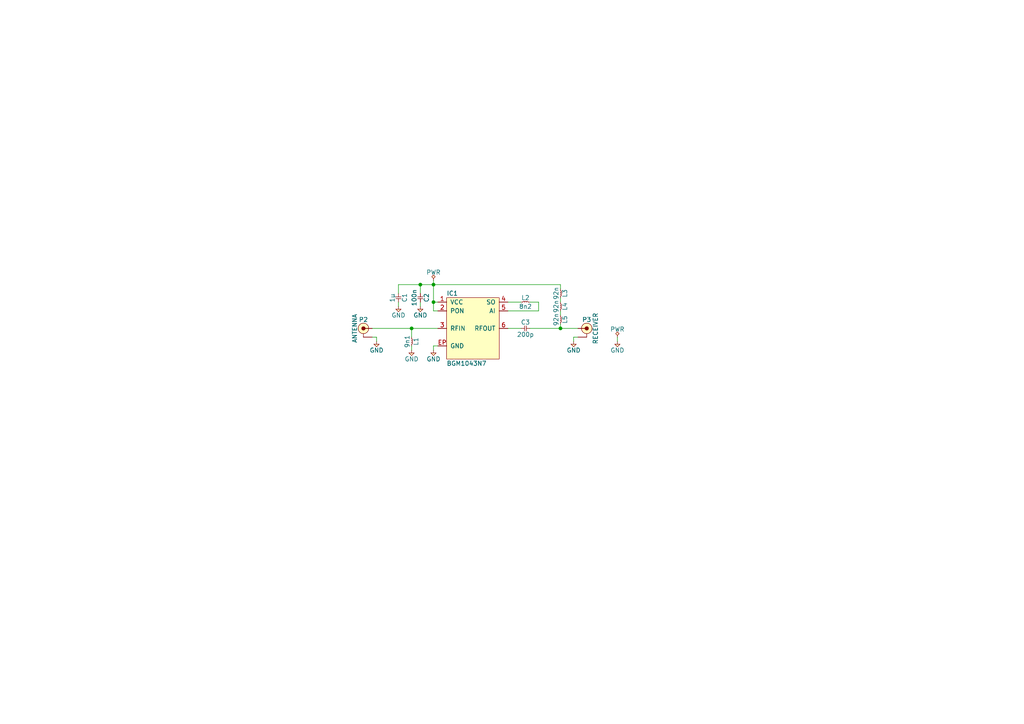
<source format=kicad_sch>
(kicad_sch (version 20230121) (generator eeschema)
  (paper "A4")
  (title_block (title "GPS Filter & Preamp") (date "2016-05-29") (rev "1") (company "CU Spaceflight") (comment 1 "Drawn By: Adam Greig"))
  (lib_symbols
    (symbol "gps-preamp-rescue:BGM1043N7" (pin_names (offset 1.016))
      (property "Reference" "IC" (at -7.62 10.16 0))
      (property "Value" "BGM1043N7" (at -7.62 -10.16 0))
      (symbol "BGM1043N7_0_0"
        (pin power_in line (at -10.16 7.62 0) (length 2.54) (name "VCC") (number "1"))
        (pin input line (at -10.16 5.08 0) (length 2.54) (name "PON") (number "2"))
        (pin input line (at -10.16 0 0) (length 2.54) (name "RFIN") (number "3"))
        (pin output line (at 10.16 7.62 180) (length 2.54) (name "SO") (number "4"))
        (pin input line (at 10.16 5.08 180) (length 2.54) (name "AI") (number "5"))
        (pin output line (at 10.16 0 180) (length 2.54) (name "RFOUT") (number "6"))
        (pin power_in line (at -10.16 -5.08 0) (length 2.54) (name "GND") (number "EP"))
      )
      (symbol "BGM1043N7_0_1"
        (rectangle (start -7.62 8.89) (end 7.62 -8.89) (fill (type background)))
      )
    )
    (symbol "gps-preamp-rescue:C" (pin_numbers hide) (pin_names (offset 1.016) hide)
      (property "Reference" "C" (at 1.27 1.778 0))
      (property "Value" "C" (at 1.27 -1.778 0))
      (symbol "C_0_1"
        (polyline (pts (xy 1.016 0.762) (xy 1.016 -0.762)))
        (polyline (pts (xy 1.524 0.762) (xy 1.524 -0.762)))
      )
      (symbol "C_1_1"
        (pin passive line (at 0 0 0) (length 1.016) (name "~") (number "1"))
        (pin passive line (at 2.54 0 180) (length 1.016) (name "~") (number "2"))
      )
    )
    (symbol "gps-preamp-rescue:COAX" (pin_numbers hide) (pin_names (offset 1.016) hide)
      (property "Reference" "P" (at 0 2.54 0))
      (property "Value" "COAX" (at 0 -3.81 0))
      (symbol "COAX_0_1"
        (polyline (pts (xy 0 -1.524) (xy 0 -2.54)))
        (circle (center 0 0) (radius 0.508) (fill (type outline)))
        (circle (center 0 0) (radius 1.524) (fill (type background)))
      )
      (symbol "COAX_1_1"
        (pin bidirectional line (at -2.54 0 0) (length 2.54) (name "RF") (number "1"))
        (pin power_in line (at -2.54 -2.54 0) (length 2.54) (name "GND") (number "2"))
      )
    )
    (symbol "gps-preamp-rescue:GND" (power) (pin_numbers hide) (pin_names (offset 1.016) hide)
      (property "Value" "GND" (at 0 -2.54 0))
      (symbol "GND_0_1"
        (polyline (pts (xy 0 0) (xy 0 -0.762)))
        (polyline (pts (xy -0.762 -0.762) (xy 0.762 -0.762) (xy 0 -1.524) (xy -0.762 -0.762)) (fill (type background)))
      )
      (symbol "GND_1_1"
        (pin power_in line (at 0 0 180) (length 0) hide (name "GND") (number "1"))
      )
    )
    (symbol "gps-preamp-rescue:L" (pin_numbers hide) (pin_names (offset 1.016) hide)
      (property "Reference" "L" (at 1.27 1.27 0))
      (property "Value" "L" (at 1.27 -1.27 0))
      (symbol "L_0_1"
        (arc (start 1.016 0) (mid 0.762 0.2529) (end 0.508 0))
        (arc (start 1.524 0) (mid 1.27 0.2529) (end 1.016 0))
        (arc (start 2.032 0) (mid 1.778 0.2529) (end 1.524 0))
      )
      (symbol "L_1_1"
        (pin passive line (at 0 0 0) (length 0.508) (name "~") (number "1"))
        (pin passive line (at 2.54 0 180) (length 0.508) (name "~") (number "2"))
      )
    )
    (symbol "gps-preamp-rescue:PWR" (power) (pin_numbers hide) (pin_names (offset 1.016) hide)
      (property "Value" "PWR" (at 0 2.286 0))
      (symbol "PWR_0_1"
        (polyline (pts (xy 0 0.508) (xy -0.508 1.016) (xy 0 1.524) (xy 0.508 1.016) (xy 0 0.508)) (fill (type background)))
      )
      (symbol "PWR_1_1"
        (pin power_out line (at 0 0 90) (length 0.508) (name "pwr") (number "1"))
      )
    )
  )
  (junction (at 121.92 82.55))
  (junction (at 119.38 95.25))
  (junction (at 125.73 82.55))
  (junction (at 162.56 95.25))
  (junction (at 125.73 87.63))
  (wire (pts (xy 107.95 97.79) (xy 109.22 97.79)))
  (wire (pts (xy 125.73 87.63) (xy 127 87.63)))
  (wire (pts (xy 179.07 97.79) (xy 179.07 99.06)))
  (wire (pts (xy 125.73 87.63) (xy 125.73 90.17)))
  (wire (pts (xy 107.95 95.25) (xy 119.38 95.25)))
  (wire (pts (xy 119.38 97.79) (xy 119.38 95.25)))
  (wire (pts (xy 115.57 85.09) (xy 115.57 82.55)))
  (wire (pts (xy 162.56 91.44) (xy 162.56 90.17)))
  (wire (pts (xy 162.56 95.25) (xy 162.56 93.98)))
  (wire (pts (xy 147.32 90.17) (xy 156.21 90.17)))
  (wire (pts (xy 162.56 82.55) (xy 162.56 83.82)))
  (wire (pts (xy 121.92 82.55) (xy 125.73 82.55)))
  (wire (pts (xy 125.73 81.28) (xy 125.73 82.55)))
  (wire (pts (xy 153.67 95.25) (xy 162.56 95.25)))
  (wire (pts (xy 119.38 100.33) (xy 119.38 101.6)))
  (wire (pts (xy 121.92 88.9) (xy 121.92 87.63)))
  (wire (pts (xy 127 100.33) (xy 125.73 100.33)))
  (wire (pts (xy 125.73 100.33) (xy 125.73 101.6)))
  (wire (pts (xy 162.56 95.25) (xy 167.64 95.25)))
  (wire (pts (xy 125.73 82.55) (xy 162.56 82.55)))
  (wire (pts (xy 125.73 90.17) (xy 127 90.17)))
  (wire (pts (xy 156.21 87.63) (xy 153.67 87.63)))
  (wire (pts (xy 167.64 97.79) (xy 166.37 97.79)))
  (wire (pts (xy 147.32 95.25) (xy 151.13 95.25)))
  (wire (pts (xy 166.37 97.79) (xy 166.37 99.06)))
  (wire (pts (xy 156.21 90.17) (xy 156.21 87.63)))
  (wire (pts (xy 109.22 97.79) (xy 109.22 99.06)))
  (wire (pts (xy 115.57 87.63) (xy 115.57 88.9)))
  (wire (pts (xy 147.32 87.63) (xy 151.13 87.63)))
  (wire (pts (xy 121.92 85.09) (xy 121.92 82.55)))
  (wire (pts (xy 125.73 82.55) (xy 125.73 87.63)))
  (wire (pts (xy 162.56 86.36) (xy 162.56 87.63)))
  (wire (pts (xy 115.57 82.55) (xy 121.92 82.55)))
  (wire (pts (xy 119.38 95.25) (xy 127 95.25)))
  (symbol (lib_id "gps-preamp-rescue:BGM1043N7") (at 137.16 95.25 0) (unit 1)
    (property "Reference" "IC1" (at 129.54 85.09 0) (effects (justify left)))
    (property "Value" "BGM1043N7" (at 129.54 105.41 0) (effects (justify left)))
    (property "Footprint" "agg:DFN-6-EP-BGM" (effects hide))
    (property "Datasheet" "http://www.infineon.com/dgdl/bgm1043n7.pdf?folderId=db3a30431f848401011fcbf2ab4c04c4&fileId=db3a304336415dec01365e4465443c72" (effects hide))
    (property "DigiKey" "BGM1043N7E6327XUSA1CT-ND" (effects hide))
  )
  (symbol (lib_id "gps-preamp-rescue:COAX") (at 105.41 95.25 0) (mirror y) (unit 1)
    (property "Reference" "P2" (at 105.41 92.71 0))
    (property "Value" "ANTENNA" (at 102.87 95.25 90))
    (property "Footprint" "agg:SMA-PTH" (effects hide))
    (property "Farnell" "2135970" (effects hide))
  )
  (symbol (lib_id "gps-preamp-rescue:COAX") (at 170.18 95.25 0) (unit 1)
    (property "Reference" "P3" (at 170.18 92.71 0))
    (property "Value" "RECEIVER" (at 172.72 95.25 90))
    (property "Footprint" "agg:SMA-EDGE" (effects hide))
    (property "Farnell" "1608592" (effects hide))
  )
  (symbol (lib_id "gps-preamp-rescue:L") (at 119.38 97.79 270) (unit 1)
    (property "Reference" "L1" (at 120.65 99.06 0))
    (property "Value" "9n1" (at 118.11 99.06 0))
    (property "Footprint" "agg:0402" (effects hide))
    (property "Farnell" "1762616" (effects hide))
  )
  (symbol (lib_id "gps-preamp-rescue:C") (at 121.92 85.09 270) (unit 1)
    (property "Reference" "C2" (at 123.698 86.36 0))
    (property "Value" "100n" (at 120.142 86.36 0))
    (property "Footprint" "agg:0402" (effects hide))
    (property "Farnell" "8819742" (effects hide))
  )
  (symbol (lib_id "gps-preamp-rescue:GND") (at 109.22 99.06 0) (unit 1)
    (property "Reference" "#PWR01" (effects hide))
    (property "Value" "GND" (at 109.22 101.6 0))
  )
  (symbol (lib_id "gps-preamp-rescue:GND") (at 166.37 99.06 0) (unit 1)
    (property "Reference" "#PWR02" (effects hide))
    (property "Value" "GND" (at 166.37 101.6 0))
  )
  (symbol (lib_id "gps-preamp-rescue:GND") (at 125.73 101.6 0) (unit 1)
    (property "Reference" "#PWR03" (effects hide))
    (property "Value" "GND" (at 125.73 104.14 0))
  )
  (symbol (lib_id "gps-preamp-rescue:GND") (at 119.38 101.6 0) (unit 1)
    (property "Reference" "#PWR04" (effects hide))
    (property "Value" "GND" (at 119.38 104.14 0))
  )
  (symbol (lib_id "gps-preamp-rescue:L") (at 151.13 87.63 0) (unit 1)
    (property "Reference" "L2" (at 152.4 86.36 0))
    (property "Value" "8n2" (at 152.4 88.9 0))
    (property "Footprint" "agg:0402" (effects hide))
    (property "Farnell" "1762614" (effects hide))
  )
  (symbol (lib_id "gps-preamp-rescue:C") (at 115.57 85.09 270) (unit 1)
    (property "Reference" "C1" (at 117.348 86.36 0))
    (property "Value" "1µ" (at 113.792 86.36 0))
    (property "Footprint" "agg:0402" (effects hide))
    (property "Farnell" "1845729" (effects hide))
  )
  (symbol (lib_id "gps-preamp-rescue:GND") (at 115.57 88.9 0) (unit 1)
    (property "Reference" "#PWR05" (effects hide))
    (property "Value" "GND" (at 115.57 91.44 0))
  )
  (symbol (lib_id "gps-preamp-rescue:GND") (at 121.92 88.9 0) (unit 1)
    (property "Reference" "#PWR06" (effects hide))
    (property "Value" "GND" (at 121.92 91.44 0))
  )
  (symbol (lib_id "gps-preamp-rescue:C") (at 151.13 95.25 0) (unit 1)
    (property "Reference" "C3" (at 152.4 93.472 0))
    (property "Value" "200p" (at 152.4 97.028 0))
    (property "Footprint" "agg:0402" (effects hide))
    (property "Farnell" "1865434" (effects hide))
  )
  (symbol (lib_id "gps-preamp-rescue:L") (at 162.56 91.44 270) (unit 1)
    (property "Reference" "L5" (at 163.83 92.71 0))
    (property "Value" "92n" (at 161.29 92.71 0))
    (property "Footprint" "agg:0402" (effects hide))
    (property "Farnell" "2470339" (effects hide))
  )
  (symbol (lib_id "gps-preamp-rescue:L") (at 162.56 87.63 270) (unit 1)
    (property "Reference" "L4" (at 163.83 88.9 0))
    (property "Value" "92n" (at 161.29 88.9 0))
    (property "Footprint" "agg:0402" (effects hide))
    (property "Farnell" "2470339" (effects hide))
  )
  (symbol (lib_id "gps-preamp-rescue:L") (at 162.56 83.82 270) (unit 1)
    (property "Reference" "L3" (at 163.83 85.09 0))
    (property "Value" "92n" (at 161.29 85.09 0))
    (property "Footprint" "agg:0402" (effects hide))
    (property "Farnell" "2470339" (effects hide))
  )
  (symbol (lib_id "gps-preamp-rescue:PWR") (at 125.73 81.28 0) (unit 1)
    (property "Reference" "#FLG08" (effects hide))
    (property "Value" "PWR" (at 125.73 78.994 0))
  )
  (symbol (lib_id "gps-preamp-rescue:GND") (at 179.07 99.06 0) (unit 1)
    (property "Reference" "#PWR?" (effects hide))
    (property "Value" "GND" (at 179.07 101.6 0))
  )
  (symbol (lib_id "gps-preamp-rescue:PWR") (at 179.07 97.79 0) (unit 1)
    (property "Reference" "#FLG?" (effects hide))
    (property "Value" "PWR" (at 179.07 95.504 0))
  )
)
</source>
